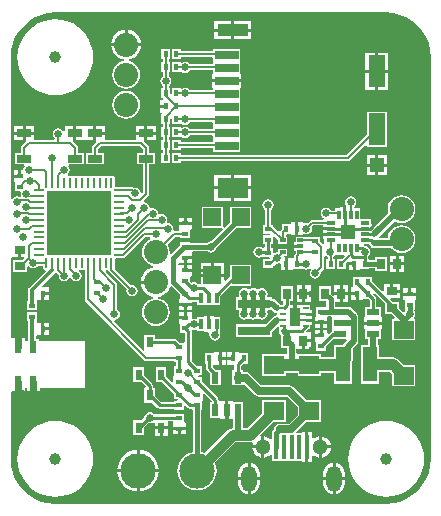
<source format=gtl>
G04*
G04 #@! TF.GenerationSoftware,Altium Limited,CircuitStudio,1.5.2 (30)*
G04*
G04 Layer_Physical_Order=1*
G04 Layer_Color=6120410*
%FSLAX25Y25*%
%MOIN*%
G70*
G01*
G75*
%ADD10R,0.03543X0.06299*%
%ADD11R,0.01969X0.00984*%
%ADD12R,0.03150X0.01181*%
%ADD13R,0.01181X0.03150*%
%ADD14R,0.04843X0.04843*%
%ADD15R,0.02165X0.01772*%
%ADD16R,0.01378X0.03347*%
%ADD17R,0.05906X0.05906*%
%ADD18R,0.02756X0.03543*%
%ADD19R,0.01772X0.02165*%
%ADD20R,0.04724X0.02559*%
%ADD21R,0.03543X0.02756*%
%ADD22R,0.02362X0.03937*%
%ADD23R,0.21260X0.21260*%
%ADD24O,0.03543X0.00984*%
%ADD25O,0.00984X0.03543*%
%ADD26R,0.02362X0.03740*%
%ADD27R,0.06614X0.05984*%
%ADD28R,0.03937X0.02165*%
%ADD29R,0.04921X0.11811*%
%ADD30R,0.01575X0.07874*%
%ADD31R,0.02362X0.03937*%
%ADD32R,0.10630X0.03150*%
%ADD33R,0.01969X0.01181*%
%ADD34R,0.04724X0.04724*%
%ADD35R,0.05512X0.10630*%
%ADD36R,0.07874X0.02756*%
%ADD37R,0.10236X0.06693*%
%ADD38R,0.10236X0.03937*%
%ADD39C,0.00600*%
%ADD40C,0.01000*%
%ADD41C,0.00800*%
%ADD42C,0.02000*%
%ADD43C,0.01500*%
%ADD44C,0.01300*%
%ADD45C,0.02500*%
%ADD46C,0.03500*%
%ADD47C,0.04000*%
%ADD48C,0.02300*%
%ADD49C,0.08032*%
%ADD50C,0.11811*%
%ADD51C,0.02400*%
%ADD52O,0.05118X0.08661*%
%ADD53C,0.05118*%
%ADD54C,0.03937*%
%ADD55C,0.02500*%
G36*
X128323Y164369D02*
X130603Y163822D01*
X132770Y162924D01*
X134770Y161699D01*
X136554Y160176D01*
X138077Y158392D01*
X139302Y156392D01*
X140200Y154225D01*
X140747Y151945D01*
X140928Y149648D01*
X140920Y149606D01*
Y15748D01*
X140928Y15706D01*
X140747Y13410D01*
X140200Y11129D01*
X139302Y8962D01*
X138077Y6962D01*
X136554Y5179D01*
X134770Y3655D01*
X132770Y2430D01*
X130603Y1532D01*
X128323Y985D01*
X126026Y804D01*
X125984Y812D01*
X15748D01*
X15706Y804D01*
X13410Y985D01*
X11129Y1532D01*
X8962Y2430D01*
X6962Y3655D01*
X5179Y5179D01*
X3655Y6962D01*
X2430Y8962D01*
X1532Y11129D01*
X985Y13410D01*
X804Y15706D01*
X812Y15748D01*
Y38016D01*
X1165Y38370D01*
X5528D01*
Y39370D01*
X6283D01*
Y38370D01*
X10646D01*
Y39370D01*
X25591D01*
Y55118D01*
X10246D01*
Y55718D01*
X9345D01*
Y56690D01*
X9728Y56972D01*
X9845Y56972D01*
X11114D01*
Y59055D01*
Y61138D01*
X9845D01*
X9728Y61138D01*
X9610Y61225D01*
X9557Y61703D01*
X9557Y61703D01*
X9557Y61703D01*
Y64675D01*
X6191D01*
Y61703D01*
X6796D01*
Y60738D01*
X6585D01*
Y57372D01*
X6796D01*
Y55718D01*
X6684D01*
Y55118D01*
X5528D01*
Y56118D01*
X1165D01*
X812Y56472D01*
Y82701D01*
X1165Y83055D01*
X1312Y83055D01*
X3437D01*
Y85433D01*
X4437D01*
Y83055D01*
X5173D01*
X5364Y82593D01*
X4670Y81899D01*
X1565D01*
Y77943D01*
X6309D01*
Y79804D01*
X6809Y79956D01*
X6934Y79769D01*
X7546Y79360D01*
X8268Y79216D01*
X8990Y79360D01*
X9601Y79769D01*
X9811Y80083D01*
X11682D01*
Y79823D01*
X11767Y79397D01*
X12008Y79036D01*
X12333Y78819D01*
X12376Y78763D01*
X12483Y78262D01*
X7170Y72948D01*
X6903Y72549D01*
X6585D01*
Y69183D01*
X6796D01*
Y68218D01*
X6191D01*
Y65246D01*
X9557D01*
Y68218D01*
X9557Y68218D01*
X9557D01*
X9610Y68696D01*
X9728Y68783D01*
X9728Y68783D01*
X11114D01*
Y70866D01*
X11614D01*
Y71366D01*
X13500D01*
Y72949D01*
X11428D01*
X11237Y73411D01*
X15584Y77758D01*
X15710Y77835D01*
X16236Y77794D01*
X16888Y77142D01*
X16815Y76772D01*
X16958Y76050D01*
X17367Y75438D01*
X17979Y75029D01*
X18701Y74885D01*
X19423Y75029D01*
X20035Y75438D01*
X20399Y75983D01*
X20669Y76019D01*
X20940Y75983D01*
X21304Y75438D01*
X21916Y75029D01*
X22638Y74885D01*
X23360Y75029D01*
X23972Y75438D01*
X24381Y76050D01*
X24524Y76772D01*
X24381Y77494D01*
X23972Y78105D01*
X23760Y78247D01*
X23739Y78862D01*
X23822Y78939D01*
X23881Y78954D01*
X23963Y78940D01*
X24180Y78794D01*
X24606Y78709D01*
X25032Y78794D01*
X25055Y78809D01*
X25555Y78542D01*
Y68898D01*
X25633Y68507D01*
X25854Y68177D01*
X45342Y48689D01*
X45673Y48467D01*
X46063Y48390D01*
X55404D01*
Y47924D01*
X55965D01*
Y46565D01*
X55404D01*
Y43593D01*
X55004Y43421D01*
X55004D01*
Y41527D01*
X54542Y41335D01*
X52765Y43112D01*
Y46269D01*
X49203D01*
Y41329D01*
X51376D01*
X55404Y37301D01*
Y35719D01*
X56600D01*
X56648Y35647D01*
X56381Y35147D01*
X55404D01*
Y34783D01*
X50956D01*
X49027Y36712D01*
Y39377D01*
X48368D01*
Y40057D01*
X48282Y40486D01*
X48039Y40850D01*
X48039Y40850D01*
X45285Y43604D01*
Y46269D01*
X41723D01*
Y41329D01*
X44388D01*
X45840Y39877D01*
X45633Y39377D01*
X45465D01*
Y34437D01*
X48130D01*
X49698Y32868D01*
X49698Y32868D01*
X50062Y32625D01*
X50491Y32540D01*
X50491Y32540D01*
X55404D01*
Y32176D01*
X58769D01*
Y33283D01*
X59231Y33474D01*
X59837Y32868D01*
X59837Y32868D01*
X60201Y32625D01*
X60630Y32540D01*
X61309D01*
Y32176D01*
X61616D01*
Y18192D01*
X60491Y17850D01*
X59360Y17246D01*
X58370Y16433D01*
X57557Y15443D01*
X56953Y14313D01*
X56581Y13086D01*
X56455Y11811D01*
X56581Y10536D01*
X56953Y9309D01*
X57557Y8179D01*
X58370Y7189D01*
X59360Y6376D01*
X60491Y5772D01*
X61717Y5400D01*
X62992Y5274D01*
X64267Y5400D01*
X65494Y5772D01*
X66624Y6376D01*
X67615Y7189D01*
X68427Y8179D01*
X69032Y9309D01*
X69403Y10536D01*
X69529Y11811D01*
X69403Y13086D01*
X69032Y14313D01*
X68980Y14410D01*
X75796Y21226D01*
X80512D01*
X80512Y21226D01*
X81232Y21369D01*
X81609Y20974D01*
X81609Y20973D01*
X81473Y20646D01*
X81417Y20217D01*
X84441D01*
Y23241D01*
X84193Y23208D01*
X83960Y23681D01*
X88379Y28101D01*
X92490D01*
Y35285D01*
X84676D01*
Y31174D01*
X79519Y26018D01*
X78206D01*
Y29420D01*
X78356D01*
Y34557D01*
X75016D01*
Y34957D01*
X73335D01*
Y31988D01*
Y29020D01*
X74944D01*
Y26480D01*
X74803Y26018D01*
X73886Y25836D01*
X73109Y25316D01*
X65591Y17798D01*
X65494Y17850D01*
X64369Y18192D01*
Y32176D01*
X64675D01*
Y35078D01*
X65075Y35319D01*
X65075Y35319D01*
X65075D01*
X65075Y35319D01*
Y37213D01*
X65537Y37405D01*
X67885Y35057D01*
X67760Y34557D01*
X67313D01*
Y29420D01*
X70654D01*
Y29020D01*
X72335D01*
Y31988D01*
Y34957D01*
X70654D01*
X70654Y34957D01*
Y34957D01*
X70653Y34957D01*
X70216Y35108D01*
Y35433D01*
X70131Y35862D01*
X69888Y36226D01*
X69888Y36226D01*
X64675Y41439D01*
Y43021D01*
X63334D01*
X63286Y43093D01*
X63554Y43593D01*
X64675D01*
Y46565D01*
X63092D01*
X61161Y48496D01*
Y58268D01*
X61127Y58438D01*
X61537Y58837D01*
X62008Y58744D01*
X62581Y58858D01*
X63081Y58566D01*
Y58357D01*
X65240D01*
Y57957D01*
X66698D01*
X67085Y57457D01*
X67011Y57087D01*
X67155Y56365D01*
X67564Y55753D01*
X68176Y55344D01*
X68898Y55200D01*
X69620Y55344D01*
X70231Y55753D01*
X70640Y56365D01*
X70784Y57087D01*
X70640Y57808D01*
X70608Y57857D01*
X70777Y58357D01*
X70777D01*
Y62903D01*
X68618D01*
Y63303D01*
X67429D01*
Y60630D01*
X66429D01*
Y63303D01*
X65240D01*
Y62903D01*
X63081D01*
Y62693D01*
X62581Y62402D01*
X62008Y62516D01*
X61638Y62442D01*
X61138Y62829D01*
Y64681D01*
X59555D01*
Y62795D01*
X59055D01*
Y62295D01*
X56972D01*
Y60909D01*
X56972D01*
X57372Y60738D01*
Y57766D01*
X58918D01*
Y54877D01*
X58769Y54439D01*
X58418Y54439D01*
X57187D01*
X56206Y55419D01*
X55843Y55662D01*
X55413Y55747D01*
X55413Y55747D01*
X49025D01*
Y57096D01*
X45463D01*
Y52158D01*
X45108Y51807D01*
X35309Y61605D01*
X35372Y61852D01*
X35515Y62106D01*
X36155Y62234D01*
X36767Y62643D01*
X37176Y63254D01*
X37319Y63976D01*
X37176Y64698D01*
X36767Y65310D01*
X36453Y65520D01*
Y73819D01*
X36375Y74209D01*
X36154Y74540D01*
X32517Y78177D01*
X32671Y78647D01*
X33028Y78739D01*
X33485Y78460D01*
X33507Y78350D01*
X33728Y78019D01*
X39526Y72221D01*
X39452Y71850D01*
X39596Y71129D01*
X40005Y70517D01*
X40617Y70108D01*
X41339Y69964D01*
X42060Y70108D01*
X42672Y70517D01*
X43081Y71129D01*
X43225Y71850D01*
X43081Y72572D01*
X42672Y73184D01*
X42060Y73593D01*
X41339Y73737D01*
X40968Y73663D01*
X35468Y79163D01*
Y79383D01*
X35478Y79397D01*
X35562Y79823D01*
Y82071D01*
X35686Y82425D01*
X36039Y82548D01*
X38287D01*
X38713Y82633D01*
X39075Y82874D01*
X39316Y83235D01*
X39331Y83309D01*
X45656Y89634D01*
X47169D01*
X47354Y89388D01*
X47192Y88805D01*
X46885Y88678D01*
X45921Y87938D01*
X45181Y86974D01*
X44716Y85851D01*
X44557Y84646D01*
X44716Y83441D01*
X45181Y82318D01*
X45921Y81354D01*
X46885Y80614D01*
X48008Y80149D01*
X48381Y80100D01*
X48381Y79595D01*
X47903Y79532D01*
X46683Y79027D01*
X45635Y78223D01*
X44831Y77175D01*
X44326Y75955D01*
X44219Y75146D01*
X49213D01*
Y74146D01*
X44219D01*
X44326Y73336D01*
X44831Y72116D01*
X45635Y71068D01*
X46683Y70264D01*
X47903Y69759D01*
X48381Y69696D01*
X48381Y69192D01*
X48008Y69143D01*
X46885Y68678D01*
X45921Y67938D01*
X45181Y66974D01*
X44716Y65851D01*
X44557Y64646D01*
X44716Y63441D01*
X45181Y62318D01*
X45921Y61354D01*
X46885Y60614D01*
X48008Y60149D01*
X49213Y59990D01*
X50418Y60149D01*
X51540Y60614D01*
X52505Y61354D01*
X53244Y62318D01*
X53710Y63441D01*
X53868Y64646D01*
X53710Y65851D01*
X53244Y66974D01*
X52505Y67938D01*
X51540Y68678D01*
X50418Y69143D01*
X50044Y69192D01*
X50044Y69696D01*
X50522Y69759D01*
X51742Y70264D01*
X52790Y71068D01*
X53594Y72116D01*
X53992Y73078D01*
X54559Y73216D01*
X54563Y73215D01*
X57372Y70405D01*
Y69253D01*
X56972Y69012D01*
X56972Y69012D01*
X56972D01*
X56972Y69012D01*
Y67626D01*
X59055D01*
X61138D01*
Y68170D01*
X63081D01*
Y67018D01*
X70777D01*
Y70175D01*
X74018Y73416D01*
X81112D01*
Y80521D01*
X74006D01*
Y76577D01*
X72525Y75095D01*
X72063Y75287D01*
Y76468D01*
X68110D01*
X64157D01*
Y73956D01*
X63483D01*
X63342Y74168D01*
X62730Y74577D01*
X62008Y74721D01*
X61286Y74577D01*
X61153Y74488D01*
X60738Y74903D01*
Y76157D01*
X60738Y76416D01*
X60765Y76433D01*
X60775Y76439D01*
X61138Y76657D01*
Y76657D01*
X61138Y76694D01*
X61138Y76698D01*
X61138Y76702D01*
Y76702D01*
Y76707D01*
X61138Y76709D01*
X61138Y76718D01*
Y76719D01*
Y76725D01*
Y76726D01*
Y76727D01*
Y76727D01*
D01*
X61138Y77198D01*
Y78043D01*
X59055D01*
Y78543D01*
X58555D01*
Y80429D01*
X56995D01*
X56972Y80429D01*
X56722Y80457D01*
X56722Y80561D01*
X56756Y80620D01*
X57210Y80988D01*
X58555D01*
Y82874D01*
X59055D01*
Y83374D01*
X61138D01*
Y84760D01*
X61521Y85041D01*
X66447D01*
X66995Y84675D01*
X67717Y84531D01*
X68438Y84675D01*
X69050Y85084D01*
X69459Y85695D01*
X69588Y86342D01*
X75953Y92707D01*
X81112D01*
Y99813D01*
X74006D01*
Y94654D01*
X72163Y92810D01*
X71737Y92987D01*
X71663Y93018D01*
X71663Y93033D01*
X71663Y93050D01*
X71663Y93050D01*
X71663Y93079D01*
Y99813D01*
X64557D01*
Y92707D01*
X71292Y92707D01*
X71320D01*
D01*
X71337D01*
X71353Y92707D01*
X71383Y92633D01*
X71560Y92207D01*
X67641Y88289D01*
X66995Y88160D01*
X66447Y87794D01*
X60738D01*
Y87903D01*
X57372D01*
Y87016D01*
X54277Y83920D01*
X53803Y84154D01*
X53868Y84646D01*
X53710Y85851D01*
X53244Y86974D01*
X53131Y87122D01*
X55737Y89728D01*
X57372D01*
Y89262D01*
X60738D01*
Y91905D01*
X60738Y92164D01*
X60765Y92181D01*
X60775Y92187D01*
X61138Y92405D01*
Y92405D01*
X61138Y92442D01*
X61138Y92446D01*
X61138Y92450D01*
Y92450D01*
Y92455D01*
X61138Y92457D01*
X61138Y92466D01*
Y92468D01*
Y92473D01*
Y92474D01*
Y92475D01*
Y92475D01*
D01*
X61138Y92946D01*
Y93791D01*
X56972D01*
Y92475D01*
X56972Y92475D01*
X56972D01*
Y92405D01*
X57012Y92382D01*
X57000Y91831D01*
X56930Y91768D01*
X55396D01*
X55205Y91910D01*
X54974Y92210D01*
X55036Y92520D01*
X54892Y93242D01*
X54483Y93853D01*
X53871Y94262D01*
X53278Y94380D01*
X53066Y94602D01*
X52949Y94876D01*
X53067Y95472D01*
X52924Y96194D01*
X52515Y96806D01*
X51903Y97215D01*
X51181Y97359D01*
X50584Y97240D01*
X50311Y97357D01*
X50089Y97569D01*
X49971Y98163D01*
X49562Y98774D01*
X48950Y99183D01*
X48228Y99327D01*
X47632Y99208D01*
X47358Y99326D01*
X47136Y99537D01*
X47018Y100131D01*
X46609Y100743D01*
X45997Y101152D01*
X45358Y101279D01*
X45215Y101534D01*
X45152Y101781D01*
X46587Y103216D01*
X46808Y103547D01*
X46886Y103937D01*
Y113967D01*
X48828D01*
Y117726D01*
X46886D01*
Y119488D01*
X46808Y119878D01*
X46587Y120209D01*
X45265Y121531D01*
X45366Y121776D01*
Y123811D01*
X42504D01*
Y122083D01*
X32299D01*
Y123811D01*
X29437D01*
Y121777D01*
X29538Y121531D01*
X28216Y120209D01*
X27995Y119878D01*
X27917Y119488D01*
Y117726D01*
X25975D01*
Y113967D01*
X31899D01*
Y117726D01*
X29957D01*
Y119066D01*
X30934Y120043D01*
X43869D01*
X44847Y119066D01*
Y117726D01*
X42904D01*
Y113967D01*
X44847D01*
Y104670D01*
X44682Y104506D01*
X44370Y104556D01*
X44129Y104733D01*
X44065Y105052D01*
X43657Y105665D01*
X43045Y106073D01*
X42323Y106217D01*
X41911Y106135D01*
X41729Y106257D01*
X41339Y106335D01*
X38727D01*
X38713Y106344D01*
X38287Y106429D01*
X36039D01*
X35686Y106552D01*
X35562Y106905D01*
Y109153D01*
X35478Y109580D01*
X35236Y109941D01*
X34875Y110182D01*
X34449Y110267D01*
X34023Y110182D01*
X33661Y109941D01*
X33268D01*
X32906Y110182D01*
X32480Y110267D01*
X32054Y110182D01*
X31837Y110037D01*
X31496Y109976D01*
X31156Y110037D01*
X30938Y110182D01*
X30512Y110267D01*
X30086Y110182D01*
X29868Y110037D01*
X29528Y109976D01*
X29187Y110037D01*
X28969Y110182D01*
X28543Y110267D01*
X28117Y110182D01*
X27900Y110037D01*
X27559Y109976D01*
X27219Y110037D01*
X27001Y110182D01*
X26575Y110267D01*
X26149Y110182D01*
X25931Y110037D01*
X25591Y109976D01*
X25250Y110037D01*
X25032Y110182D01*
X24606Y110267D01*
X24180Y110182D01*
X23819Y109941D01*
X23425D01*
X23064Y110182D01*
X22638Y110267D01*
X22212Y110182D01*
X21994Y110037D01*
X21654Y109976D01*
X21313Y110037D01*
X21095Y110182D01*
X20669Y110267D01*
X20243Y110182D01*
X20026Y110037D01*
X19944Y110022D01*
X19885Y110038D01*
X19802Y110114D01*
X19823Y110730D01*
X20035Y110871D01*
X20444Y111483D01*
X20587Y112205D01*
X20444Y112926D01*
X20082Y113467D01*
X20164Y113752D01*
X20293Y113967D01*
X25206D01*
Y117726D01*
X23264D01*
Y119488D01*
X23186Y119878D01*
X22965Y120209D01*
X21643Y121531D01*
X21744Y121776D01*
Y124311D01*
Y126591D01*
X18882D01*
Y125029D01*
X18382Y124877D01*
X18066Y125349D01*
X17454Y125758D01*
X16732Y125902D01*
X16011Y125758D01*
X15398Y125349D01*
X14990Y124738D01*
X14846Y124016D01*
X14990Y123294D01*
X15398Y122682D01*
X15547Y122583D01*
X15396Y122083D01*
X8677D01*
Y123811D01*
X5815D01*
Y121775D01*
X5916Y121531D01*
X4594Y120209D01*
X4373Y119878D01*
X4295Y119488D01*
Y117726D01*
X2353D01*
Y113967D01*
X5297D01*
X5427Y113752D01*
X5508Y113467D01*
X5147Y112926D01*
X5003Y112205D01*
X4774Y111925D01*
X4437D01*
Y110039D01*
X3937D01*
Y109539D01*
X1854D01*
Y108154D01*
X1854D01*
X2254Y107982D01*
Y105010D01*
X3944D01*
X4299Y104510D01*
X4212Y104072D01*
X4355Y103351D01*
X3928Y103132D01*
X3730Y103084D01*
X3675Y103121D01*
X2953Y103264D01*
X2231Y103121D01*
X1619Y102712D01*
X1312Y102253D01*
X812Y102405D01*
Y149606D01*
X804Y149648D01*
X985Y151945D01*
X1532Y154225D01*
X2430Y156392D01*
X3655Y158392D01*
X5179Y160176D01*
X6962Y161699D01*
X8962Y162924D01*
X11129Y163822D01*
X13410Y164369D01*
X15706Y164550D01*
X15748Y164542D01*
X125984D01*
X126026Y164550D01*
X128323Y164369D01*
D02*
G37*
%LPC*%
G36*
X103831Y60720D02*
X102248D01*
Y59335D01*
X103831D01*
Y60720D01*
D02*
G37*
G36*
X107490Y73238D02*
X103534D01*
Y68494D01*
X105937D01*
X106104Y68327D01*
Y66712D01*
X106013Y66250D01*
X102648D01*
Y63606D01*
X102648Y63348D01*
X102621Y63331D01*
X102611Y63325D01*
X102248Y63106D01*
Y63106D01*
X102248Y63069D01*
X102248Y63066D01*
X102248Y63062D01*
Y63062D01*
Y63056D01*
X102248Y63055D01*
X102248Y63045D01*
Y63044D01*
Y63039D01*
Y63038D01*
Y63037D01*
Y63037D01*
D01*
X102248Y62566D01*
Y61720D01*
X104331D01*
X106413D01*
Y62887D01*
X106413Y63106D01*
X106797Y63387D01*
X107688D01*
X108061Y63081D01*
Y62706D01*
D01*
X108061D01*
X108061Y62706D01*
Y59466D01*
X108061Y59341D01*
Y59153D01*
Y58966D01*
X108061Y58841D01*
Y58364D01*
X107838Y58320D01*
X107475Y58077D01*
X107475Y58077D01*
X106875Y57477D01*
X106413Y57669D01*
Y58776D01*
X104831D01*
Y56890D01*
X104331D01*
Y56390D01*
X102248D01*
Y55004D01*
X102248D01*
X102648Y54832D01*
Y51861D01*
X106013D01*
Y53443D01*
X108171Y55601D01*
X112626D01*
X112833Y55101D01*
X112035Y54303D01*
X111682Y53774D01*
X111677Y53750D01*
X108652D01*
Y49670D01*
X104301D01*
Y50639D01*
X96487D01*
X96120Y50960D01*
Y52346D01*
X97925D01*
Y55118D01*
X98425D01*
Y55618D01*
X100803D01*
Y57890D01*
X99499D01*
X99308Y58352D01*
X99904Y58947D01*
X100797D01*
Y60516D01*
X101197D01*
Y61508D01*
X99213D01*
Y62508D01*
X101197D01*
Y63477D01*
X99213D01*
Y64477D01*
X101197D01*
Y65469D01*
X100797D01*
Y67037D01*
X98244D01*
Y67142D01*
X95972D01*
Y62992D01*
X94972D01*
Y67142D01*
X94035D01*
Y68494D01*
X94891D01*
Y73238D01*
X90935D01*
Y68494D01*
X91792D01*
Y67394D01*
X91435Y67037D01*
X90762D01*
X90720Y67098D01*
X89146Y68673D01*
X88616Y69027D01*
X87992Y69151D01*
X87805D01*
Y69695D01*
X86618D01*
X86425Y70056D01*
X86398Y70195D01*
X86532Y70866D01*
X86388Y71588D01*
X85979Y72200D01*
X85368Y72609D01*
X84646Y72752D01*
X83924Y72609D01*
X83530Y72346D01*
X83169Y72241D01*
X82808Y72346D01*
X82415Y72609D01*
X81693Y72752D01*
X80971Y72609D01*
X80578Y72346D01*
X80216Y72241D01*
X79855Y72346D01*
X79462Y72609D01*
X78740Y72752D01*
X78018Y72609D01*
X77406Y72200D01*
X76998Y71588D01*
X76854Y70866D01*
X76987Y70195D01*
X76961Y70056D01*
X76768Y69695D01*
X75975D01*
Y65345D01*
X76828D01*
X77096Y64845D01*
X76998Y64698D01*
X76854Y63976D01*
X76998Y63254D01*
X77406Y62643D01*
X78018Y62234D01*
X78740Y62090D01*
X79462Y62234D01*
X79855Y62497D01*
X80216Y62601D01*
X80578Y62497D01*
X80971Y62234D01*
X81693Y62090D01*
X82415Y62234D01*
X82808Y62497D01*
X83169Y62601D01*
X83530Y62497D01*
X83924Y62234D01*
X84646Y62090D01*
X85368Y62234D01*
X85979Y62643D01*
X86388Y63254D01*
X86532Y63976D01*
X86388Y64698D01*
X86290Y64845D01*
X86558Y65345D01*
X87805D01*
X87805Y65345D01*
Y65345D01*
X88162Y65043D01*
X88413Y64791D01*
X88943Y64438D01*
X89567Y64314D01*
X89757Y63976D01*
X89567Y63639D01*
X88943Y63515D01*
X88413Y63161D01*
X85891Y60639D01*
X75975D01*
Y56290D01*
X87805D01*
Y57939D01*
X89686Y59820D01*
X90148Y59629D01*
Y58947D01*
X90148D01*
X90346Y58706D01*
X90298Y58465D01*
X90422Y57840D01*
X90776Y57311D01*
X90935Y57151D01*
Y52746D01*
X92857D01*
Y50960D01*
X92490Y50639D01*
X84676D01*
Y43455D01*
X92490D01*
Y44425D01*
X96487D01*
Y43455D01*
X104301D01*
Y44425D01*
X108652D01*
Y40739D01*
X114773D01*
Y48484D01*
X114820Y48720D01*
Y52474D01*
X116311Y53965D01*
X116665Y54494D01*
X116789Y55118D01*
Y62992D01*
X116665Y63616D01*
X116311Y64146D01*
X114539Y65917D01*
X114010Y66271D01*
X113386Y66395D01*
X113198D01*
Y66446D01*
X108857D01*
Y68094D01*
X110524D01*
Y70366D01*
X108598D01*
X108146Y70179D01*
X107490Y70835D01*
Y73238D01*
D02*
G37*
G36*
X103831Y58776D02*
X102248D01*
Y57390D01*
X103831D01*
Y58776D01*
D02*
G37*
G36*
X58555Y64681D02*
X56972D01*
Y63295D01*
X58555D01*
Y64681D01*
D02*
G37*
G36*
X12114Y61138D02*
Y59555D01*
X13500D01*
Y61138D01*
X12114D01*
D02*
G37*
G36*
X106413Y60720D02*
X104831D01*
Y59335D01*
X106413D01*
Y60720D01*
D02*
G37*
G36*
X71169Y51295D02*
Y49713D01*
X72555D01*
Y51295D01*
X71169D01*
D02*
G37*
G36*
X72555Y48713D02*
X71169D01*
Y47130D01*
X72555D01*
Y48713D01*
D02*
G37*
G36*
X68783Y51295D02*
X68559Y50923D01*
X68559Y50923D01*
X68550Y50909D01*
X68542Y50895D01*
X68283Y50895D01*
X65640D01*
Y47530D01*
X66004D01*
Y46063D01*
X66004Y46063D01*
X66090Y45634D01*
X66333Y45270D01*
X67313Y44289D01*
Y40246D01*
X70876D01*
Y45384D01*
X69392D01*
X68248Y46528D01*
Y47045D01*
X68252Y47051D01*
X68748Y47189D01*
X68771Y47151D01*
X68783Y47130D01*
X68783D01*
X68820Y47130D01*
X68824Y47130D01*
X68828Y47130D01*
X68828D01*
X68833D01*
X68835Y47130D01*
X68844Y47130D01*
X68846D01*
X68852D01*
X68853D01*
X68853D01*
X69324Y47130D01*
X70169D01*
Y49213D01*
Y51295D01*
X68853D01*
X68853Y51295D01*
D01*
X68783D01*
D02*
G37*
G36*
X13500Y58555D02*
X12114D01*
Y56972D01*
X13500D01*
Y58555D01*
D02*
G37*
G36*
X100803Y54618D02*
X98925D01*
Y52346D01*
X100803D01*
Y54618D01*
D02*
G37*
G36*
X74500Y51295D02*
X73114D01*
Y49713D01*
X74500D01*
Y51295D01*
D02*
G37*
G36*
X135941Y72555D02*
X134358D01*
Y71169D01*
X135941D01*
Y72555D01*
D02*
G37*
G36*
X133358D02*
X131776D01*
Y71169D01*
X133358D01*
Y72555D01*
D02*
G37*
G36*
X13500Y70366D02*
X12114D01*
Y68783D01*
X13500D01*
Y70366D01*
D02*
G37*
G36*
X97925Y73638D02*
X96047D01*
Y71366D01*
X97925D01*
Y73638D01*
D02*
G37*
G36*
X113402D02*
X111524D01*
Y71366D01*
X113402D01*
Y73638D01*
D02*
G37*
G36*
X110524D02*
X108646D01*
Y71366D01*
X110524D01*
Y73638D01*
D02*
G37*
G36*
X97925Y70366D02*
X96047D01*
Y68094D01*
X97925D01*
Y70366D01*
D02*
G37*
G36*
X61138Y66626D02*
X59555D01*
Y65240D01*
X61138D01*
Y66626D01*
D02*
G37*
G36*
X58555D02*
X56972D01*
Y65240D01*
X58555D01*
Y66626D01*
D02*
G37*
G36*
X115838Y70366D02*
X114453D01*
Y68783D01*
X115838D01*
Y70366D01*
D02*
G37*
G36*
X113402Y70366D02*
X111524D01*
Y68094D01*
X113402D01*
Y70366D01*
D02*
G37*
G36*
X100803Y70366D02*
X98925D01*
Y68094D01*
X100803D01*
Y70366D01*
D02*
G37*
G36*
X124622Y60524D02*
X121654D01*
X118685D01*
Y58941D01*
X119085D01*
Y55601D01*
X120022D01*
Y53750D01*
X117510D01*
Y40739D01*
X123632D01*
Y44848D01*
X127157D01*
X127983Y44023D01*
Y39912D01*
X135797D01*
Y47096D01*
X131686D01*
X129844Y48938D01*
X129067Y49458D01*
X128150Y49640D01*
X128150Y49640D01*
X123632D01*
Y53750D01*
X123285D01*
Y55601D01*
X124222D01*
Y58941D01*
X124622D01*
Y60524D01*
D02*
G37*
G36*
X79815Y14500D02*
X79386Y14444D01*
X78520Y14085D01*
X77777Y13515D01*
X77206Y12771D01*
X76847Y11906D01*
X76725Y10976D01*
Y9705D01*
X79815D01*
Y14500D01*
D02*
G37*
G36*
X50197Y11311D02*
X43807D01*
Y4921D01*
X44661Y5005D01*
X45963Y5400D01*
X47162Y6041D01*
X48214Y6904D01*
X49077Y7956D01*
X49718Y9156D01*
X50113Y10457D01*
X50197Y11311D01*
D02*
G37*
G36*
X42807D02*
X36417D01*
X36502Y10457D01*
X36896Y9156D01*
X37538Y7956D01*
X38401Y6904D01*
X39452Y6041D01*
X40652Y5400D01*
X41953Y5005D01*
X42807Y4921D01*
Y11311D01*
D02*
G37*
G36*
X109161Y14500D02*
Y9705D01*
X112251D01*
Y10976D01*
X112129Y11906D01*
X111770Y12771D01*
X111200Y13515D01*
X110456Y14085D01*
X109590Y14444D01*
X109161Y14500D01*
D02*
G37*
G36*
X108161Y14500D02*
X107732Y14444D01*
X106867Y14085D01*
X106123Y13515D01*
X105553Y12771D01*
X105194Y11906D01*
X105072Y10976D01*
Y9705D01*
X108161D01*
Y14500D01*
D02*
G37*
G36*
X80815D02*
Y9705D01*
X83905D01*
Y10976D01*
X83782Y11906D01*
X83424Y12771D01*
X82853Y13515D01*
X82110Y14085D01*
X81244Y14444D01*
X80815Y14500D01*
D02*
G37*
G36*
X112251Y8705D02*
X109161D01*
Y3909D01*
X109590Y3966D01*
X110456Y4324D01*
X111200Y4895D01*
X111770Y5638D01*
X112129Y6504D01*
X112251Y7433D01*
Y8705D01*
D02*
G37*
G36*
X125984Y28395D02*
X124006Y28239D01*
X122076Y27776D01*
X120243Y27016D01*
X118551Y25980D01*
X117042Y24691D01*
X115753Y23182D01*
X114716Y21490D01*
X113956Y19656D01*
X113493Y17726D01*
X113337Y15748D01*
X113493Y13770D01*
X113956Y11840D01*
X114716Y10007D01*
X115753Y8314D01*
X117042Y6805D01*
X118551Y5517D01*
X120243Y4480D01*
X122076Y3720D01*
X124006Y3257D01*
X125984Y3101D01*
X127963Y3257D01*
X129892Y3720D01*
X131726Y4480D01*
X133418Y5517D01*
X134927Y6805D01*
X136216Y8314D01*
X137253Y10007D01*
X138012Y11840D01*
X138475Y13770D01*
X138631Y15748D01*
X138475Y17726D01*
X138012Y19656D01*
X137253Y21490D01*
X136216Y23182D01*
X134927Y24691D01*
X133418Y25980D01*
X131726Y27016D01*
X129892Y27776D01*
X127963Y28239D01*
X125984Y28395D01*
D02*
G37*
G36*
X15748D02*
X13770Y28239D01*
X11840Y27776D01*
X10007Y27016D01*
X8314Y25980D01*
X6805Y24691D01*
X5517Y23182D01*
X4480Y21490D01*
X3720Y19656D01*
X3257Y17726D01*
X3101Y15748D01*
X3257Y13770D01*
X3720Y11840D01*
X4480Y10007D01*
X5517Y8314D01*
X6805Y6805D01*
X8314Y5517D01*
X10007Y4480D01*
X11840Y3720D01*
X13770Y3257D01*
X15748Y3101D01*
X17726Y3257D01*
X19656Y3720D01*
X21490Y4480D01*
X23182Y5517D01*
X24691Y6805D01*
X25980Y8314D01*
X27016Y10007D01*
X27776Y11840D01*
X28239Y13770D01*
X28395Y15748D01*
X28239Y17726D01*
X27776Y19656D01*
X27016Y21490D01*
X25980Y23182D01*
X24691Y24691D01*
X23182Y25980D01*
X21490Y27016D01*
X19656Y27776D01*
X17726Y28239D01*
X15748Y28395D01*
D02*
G37*
G36*
X108161Y8705D02*
X105072D01*
Y7433D01*
X105194Y6504D01*
X105553Y5638D01*
X106123Y4895D01*
X106867Y4324D01*
X107732Y3966D01*
X108161Y3909D01*
Y8705D01*
D02*
G37*
G36*
X83905Y8705D02*
X80815D01*
Y3909D01*
X81244Y3966D01*
X82110Y4324D01*
X82853Y4895D01*
X83424Y5638D01*
X83782Y6504D01*
X83905Y7433D01*
Y8705D01*
D02*
G37*
G36*
X79815D02*
X76725D01*
Y7433D01*
X76847Y6504D01*
X77206Y5638D01*
X77777Y4895D01*
X78520Y4324D01*
X79386Y3966D01*
X79815Y3909D01*
Y8705D01*
D02*
G37*
G36*
X53167Y25580D02*
X51486D01*
Y23210D01*
X53167D01*
Y25580D01*
D02*
G37*
G36*
X50486D02*
X48805D01*
Y23210D01*
X50486D01*
Y25580D01*
D02*
G37*
G36*
X76886Y51295D02*
Y51295D01*
X75500D01*
Y49213D01*
X75000D01*
Y48713D01*
X73114D01*
Y47130D01*
X75453D01*
Y45384D01*
X74794D01*
Y43343D01*
X74689Y42815D01*
X74794Y42286D01*
Y40246D01*
X78356D01*
Y40317D01*
X78856Y40524D01*
X82328Y37052D01*
X82940Y36643D01*
X83661Y36500D01*
X92919D01*
X96487Y32932D01*
Y30453D01*
X93510Y27477D01*
X90494D01*
X89772Y27333D01*
X89160Y26924D01*
X88751Y26312D01*
X88608Y25594D01*
X88397Y25383D01*
X88098Y24936D01*
X87994Y24409D01*
Y24222D01*
X87983D01*
Y22377D01*
X87509Y22216D01*
X87479Y22255D01*
X86736Y22825D01*
X85870Y23184D01*
X85441Y23241D01*
Y19717D01*
Y16193D01*
X85870Y16249D01*
X86736Y16608D01*
X87479Y17178D01*
X87509Y17217D01*
X87983Y17056D01*
Y15148D01*
X97819D01*
Y14748D01*
X99106D01*
Y19685D01*
Y24622D01*
X97819D01*
Y24222D01*
X96298D01*
X96090Y24722D01*
X99469Y28101D01*
X104301D01*
Y35285D01*
X99469D01*
X95035Y39720D01*
X94423Y40128D01*
X93701Y40272D01*
X84443D01*
X80566Y44149D01*
X79954Y44558D01*
X79232Y44701D01*
X78356D01*
Y45384D01*
X77696D01*
Y46780D01*
X78447Y47530D01*
X80029D01*
Y50895D01*
X77057D01*
X76886Y51295D01*
D02*
G37*
G36*
X47244Y31414D02*
X46522Y31270D01*
X45910Y30861D01*
X45501Y30249D01*
X45358Y29528D01*
X45359Y29520D01*
X44390Y28550D01*
X41725D01*
Y23610D01*
X45287D01*
Y26275D01*
X46751Y27739D01*
X47244Y27641D01*
X47966Y27785D01*
X48305Y28012D01*
X48805Y27744D01*
Y26580D01*
X50986D01*
X53167D01*
Y28406D01*
X55000D01*
X55083Y28305D01*
X55004Y27673D01*
X55004Y27673D01*
Y27673D01*
X55004Y27636D01*
X55004Y27632D01*
X55004Y27629D01*
Y27629D01*
Y27623D01*
X55004Y27622D01*
X55004Y27612D01*
Y27611D01*
Y27606D01*
Y27605D01*
Y27603D01*
Y27603D01*
D01*
X55004Y27133D01*
Y26287D01*
X59169D01*
Y27603D01*
X59169Y27603D01*
X59169D01*
Y27603D01*
Y27673D01*
X58797Y27898D01*
X58797Y27898D01*
X58791Y27902D01*
X58769Y27915D01*
X58769Y28173D01*
Y30817D01*
X55404D01*
Y30649D01*
X48720D01*
X48578Y30861D01*
X47966Y31270D01*
X47244Y31414D01*
D02*
G37*
G36*
X59169Y25287D02*
X57587D01*
Y23902D01*
X59169D01*
Y25287D01*
D02*
G37*
G36*
X56587D02*
X55004D01*
Y23902D01*
X56587D01*
Y25287D01*
D02*
G37*
G36*
X84441Y19217D02*
X81417D01*
X81473Y18787D01*
X81832Y17922D01*
X82403Y17178D01*
X83146Y16608D01*
X84012Y16249D01*
X84441Y16193D01*
Y19217D01*
D02*
G37*
G36*
X43807Y18701D02*
Y12311D01*
X50197D01*
X50113Y13165D01*
X49718Y14466D01*
X49077Y15666D01*
X48214Y16718D01*
X47162Y17581D01*
X45963Y18222D01*
X44661Y18617D01*
X43807Y18701D01*
D02*
G37*
G36*
X42807Y18701D02*
X41953Y18617D01*
X40652Y18222D01*
X39452Y17581D01*
X38401Y16718D01*
X37538Y15666D01*
X36896Y14466D01*
X36502Y13165D01*
X36417Y12311D01*
X42807D01*
Y18701D01*
D02*
G37*
G36*
X104535Y23241D02*
Y20217D01*
X107559D01*
X107503Y20646D01*
X107144Y21511D01*
X106574Y22255D01*
X105830Y22825D01*
X104964Y23184D01*
X104535Y23241D01*
D02*
G37*
G36*
X101394Y24622D02*
X100106D01*
Y19685D01*
Y14748D01*
X101394D01*
Y16627D01*
X101894Y16874D01*
X102241Y16608D01*
X103106Y16249D01*
X103535Y16193D01*
Y19717D01*
Y23241D01*
X103106Y23184D01*
X102241Y22825D01*
X101894Y22559D01*
X101394Y22806D01*
Y24622D01*
D02*
G37*
G36*
X107559Y19217D02*
X104535D01*
Y16193D01*
X104964Y16249D01*
X105830Y16608D01*
X106574Y17178D01*
X107144Y17922D01*
X107503Y18787D01*
X107559Y19217D01*
D02*
G37*
G36*
X8677Y126591D02*
X5815D01*
Y124811D01*
X8677D01*
Y126591D01*
D02*
G37*
G36*
X49228D02*
X46366D01*
Y124811D01*
X49228D01*
Y126591D01*
D02*
G37*
G36*
X32299D02*
X29437D01*
Y124811D01*
X32299D01*
Y126591D01*
D02*
G37*
G36*
X15748Y162253D02*
X13770Y162098D01*
X11840Y161634D01*
X10007Y160875D01*
X8314Y159838D01*
X6805Y158549D01*
X5517Y157040D01*
X4480Y155348D01*
X3720Y153514D01*
X3257Y151585D01*
X3101Y149606D01*
X3257Y147628D01*
X3720Y145698D01*
X4480Y143865D01*
X5517Y142173D01*
X6805Y140664D01*
X8314Y139375D01*
X10007Y138338D01*
X11840Y137578D01*
X13770Y137115D01*
X15748Y136959D01*
X17726Y137115D01*
X19656Y137578D01*
X21490Y138338D01*
X23182Y139375D01*
X24691Y140664D01*
X25980Y142173D01*
X27016Y143865D01*
X27776Y145698D01*
X28239Y147628D01*
X28395Y149606D01*
X28239Y151585D01*
X27776Y153514D01*
X27016Y155348D01*
X25980Y157040D01*
X24691Y158549D01*
X23182Y159838D01*
X21490Y160875D01*
X19656Y161634D01*
X17726Y162098D01*
X15748Y162253D01*
D02*
G37*
G36*
X39370Y138514D02*
X38165Y138355D01*
X37042Y137890D01*
X36078Y137150D01*
X35338Y136186D01*
X34873Y135063D01*
X34714Y133858D01*
X34873Y132653D01*
X35338Y131530D01*
X36078Y130566D01*
X37042Y129826D01*
X38165Y129361D01*
X39370Y129203D01*
X40575Y129361D01*
X41698Y129826D01*
X42662Y130566D01*
X43402Y131530D01*
X43867Y132653D01*
X44026Y133858D01*
X43867Y135063D01*
X43402Y136186D01*
X42662Y137150D01*
X41698Y137890D01*
X40575Y138355D01*
X39370Y138514D01*
D02*
G37*
G36*
X54045Y152273D02*
X51073D01*
Y148908D01*
X51539D01*
Y147942D01*
X51073D01*
Y144577D01*
X51539D01*
Y143276D01*
X51225Y143066D01*
X50816Y142454D01*
X50673Y141732D01*
X50816Y141010D01*
X51225Y140399D01*
X51539Y140189D01*
Y139281D01*
X51073D01*
Y135916D01*
X51617D01*
X51661Y135850D01*
X51394Y135350D01*
X50673D01*
Y133768D01*
X52559D01*
Y132768D01*
X50673D01*
Y131185D01*
X51394D01*
X51661Y130685D01*
X51617Y130620D01*
X51073D01*
Y127254D01*
X51539D01*
Y126289D01*
X51073D01*
Y122924D01*
X51539D01*
Y121958D01*
X51073D01*
Y118593D01*
X51539D01*
Y117628D01*
X51073D01*
Y114262D01*
X54045D01*
Y117628D01*
X53579D01*
Y118593D01*
X54045D01*
Y121958D01*
X53579D01*
Y122924D01*
X54045D01*
Y126289D01*
X53579D01*
Y127254D01*
X54045D01*
Y129382D01*
X54117Y129430D01*
X54617Y129163D01*
Y127254D01*
X57588D01*
X57588Y127254D01*
Y127254D01*
X58088Y127358D01*
X58333Y127194D01*
X59055Y127051D01*
X59777Y127194D01*
X60389Y127603D01*
X60599Y127917D01*
X67944D01*
X68298Y127564D01*
Y126887D01*
X68298Y126762D01*
Y126575D01*
Y126387D01*
X68298Y126262D01*
Y125626D01*
X60599D01*
X60389Y125940D01*
X59777Y126349D01*
X59055Y126493D01*
X58333Y126349D01*
X58088Y126185D01*
X57588Y126289D01*
Y126289D01*
X57588Y126289D01*
X54617D01*
Y122924D01*
X57588D01*
X57588Y122924D01*
Y122924D01*
X58088Y123027D01*
X58333Y122864D01*
X59055Y122720D01*
X59777Y122864D01*
X60389Y123273D01*
X60599Y123587D01*
X67944D01*
X68298Y123233D01*
Y122557D01*
X68298Y122432D01*
Y122244D01*
Y122057D01*
X68298Y121932D01*
Y121295D01*
X57588D01*
Y121958D01*
X54617D01*
Y118593D01*
X57588D01*
Y119256D01*
X68298D01*
Y118101D01*
X77372D01*
Y121932D01*
X77372Y122057D01*
Y122244D01*
Y122432D01*
X77372Y122557D01*
Y126262D01*
X77372Y126387D01*
Y126575D01*
Y126762D01*
X77372Y126887D01*
Y130718D01*
X77372D01*
Y131093D01*
X77372D01*
Y135049D01*
X77372D01*
Y135424D01*
X77372D01*
Y139354D01*
X77772D01*
Y141232D01*
X72835D01*
X67898D01*
Y139354D01*
X68298D01*
Y138618D01*
X60599D01*
X60389Y138932D01*
X59777Y139341D01*
X59055Y139485D01*
X58333Y139341D01*
X58088Y139177D01*
X57588Y139281D01*
Y139281D01*
X57588Y139281D01*
X54617D01*
Y137373D01*
X54117Y137105D01*
X54045Y137153D01*
Y139281D01*
X53579D01*
Y140189D01*
X53893Y140399D01*
X54302Y141010D01*
X54445Y141732D01*
X54302Y142454D01*
X53893Y143066D01*
X53579Y143276D01*
Y144577D01*
X54045D01*
Y147942D01*
X53579D01*
Y148908D01*
X54045D01*
Y152273D01*
D02*
G37*
G36*
X28437Y126591D02*
X22744D01*
Y124311D01*
Y122031D01*
X28437D01*
Y124311D01*
Y126591D01*
D02*
G37*
G36*
X4815Y123811D02*
X1953D01*
Y122031D01*
X4815D01*
Y123811D01*
D02*
G37*
G36*
X126191Y131506D02*
X119479D01*
Y123677D01*
X112767Y116964D01*
X57588D01*
Y117628D01*
X54617D01*
Y114262D01*
X57588D01*
Y114925D01*
X113189D01*
X113579Y115003D01*
X113910Y115224D01*
X119017Y120331D01*
X119479Y120139D01*
Y119676D01*
X126191D01*
Y131506D01*
D02*
G37*
G36*
X45366Y126591D02*
X42504D01*
Y124811D01*
X45366D01*
Y126591D01*
D02*
G37*
G36*
X4815D02*
X1953D01*
Y124811D01*
X4815D01*
Y126591D01*
D02*
G37*
G36*
X49228Y123811D02*
X46366D01*
Y122031D01*
X49228D01*
Y123811D01*
D02*
G37*
G36*
X74303Y158161D02*
X68685D01*
Y155693D01*
X74303D01*
Y158161D01*
D02*
G37*
G36*
X39870Y158851D02*
Y154358D01*
X44363D01*
X44257Y155168D01*
X43751Y156388D01*
X42947Y157436D01*
X41900Y158239D01*
X40679Y158745D01*
X39870Y158851D01*
D02*
G37*
G36*
X38870Y158852D02*
X38061Y158745D01*
X36841Y158239D01*
X35793Y157436D01*
X34989Y156388D01*
X34483Y155168D01*
X34377Y154358D01*
X38870D01*
Y158852D01*
D02*
G37*
G36*
X80921Y161630D02*
X75303D01*
Y159161D01*
X80921D01*
Y161630D01*
D02*
G37*
G36*
X74303D02*
X68685D01*
Y159161D01*
X74303D01*
Y161630D01*
D02*
G37*
G36*
X80921Y158161D02*
X75303D01*
Y155693D01*
X80921D01*
Y158161D01*
D02*
G37*
G36*
X44363Y153358D02*
X39370D01*
X34377D01*
X34483Y152549D01*
X34989Y151329D01*
X35793Y150281D01*
X36841Y149477D01*
X38061Y148972D01*
X38539Y148909D01*
X38539Y148404D01*
X38165Y148355D01*
X37042Y147890D01*
X36078Y147150D01*
X35338Y146186D01*
X34873Y145063D01*
X34714Y143858D01*
X34873Y142653D01*
X35338Y141531D01*
X36078Y140566D01*
X37042Y139826D01*
X38165Y139361D01*
X39370Y139203D01*
X40575Y139361D01*
X41698Y139826D01*
X42662Y140566D01*
X43402Y141531D01*
X43867Y142653D01*
X44026Y143858D01*
X43867Y145063D01*
X43402Y146186D01*
X42662Y147150D01*
X41698Y147890D01*
X40575Y148355D01*
X40202Y148404D01*
X40202Y148909D01*
X40679Y148972D01*
X41900Y149477D01*
X42947Y150281D01*
X43751Y151329D01*
X44257Y152549D01*
X44363Y153358D01*
D02*
G37*
G36*
X126591Y144382D02*
X123335D01*
Y138567D01*
X126591D01*
Y144382D01*
D02*
G37*
G36*
X122335D02*
X119079D01*
Y138567D01*
X122335D01*
Y144382D01*
D02*
G37*
G36*
X77372Y152372D02*
X68298D01*
Y151610D01*
X57588D01*
Y152273D01*
X54617D01*
Y148908D01*
X57588D01*
Y149571D01*
X67944D01*
X68298Y149217D01*
Y148541D01*
X68298Y148416D01*
Y148228D01*
Y148041D01*
X68298Y147916D01*
Y147279D01*
X60599D01*
X60389Y147594D01*
X59777Y148003D01*
X59055Y148146D01*
X58333Y148003D01*
X58088Y147839D01*
X57588Y147942D01*
Y147942D01*
X57588Y147942D01*
X54617D01*
Y144577D01*
X57588D01*
X57588Y144577D01*
Y144577D01*
X58088Y144681D01*
X58333Y144517D01*
X59055Y144374D01*
X59777Y144517D01*
X60389Y144926D01*
X60599Y145240D01*
X68298D01*
Y144110D01*
X67898D01*
Y142232D01*
X72835D01*
X77772D01*
Y144110D01*
X77725D01*
X77372Y144464D01*
Y147916D01*
X77372Y148041D01*
Y148228D01*
Y148416D01*
X77372Y148541D01*
Y152372D01*
D02*
G37*
G36*
X126591Y151197D02*
X123335D01*
Y145382D01*
X126591D01*
Y151197D01*
D02*
G37*
G36*
X122335D02*
X119079D01*
Y145382D01*
X122335D01*
Y151197D01*
D02*
G37*
G36*
X126197Y116945D02*
X123335D01*
Y114083D01*
X126197D01*
Y116945D01*
D02*
G37*
G36*
X59555Y80429D02*
Y79043D01*
X61138D01*
Y80429D01*
X59555D01*
D02*
G37*
G36*
X114855Y80209D02*
X113469D01*
Y78626D01*
X114855D01*
Y80209D01*
D02*
G37*
G36*
X132102Y80209D02*
X130224D01*
Y77937D01*
X132102D01*
Y80209D01*
D02*
G37*
G36*
Y83480D02*
X130224D01*
Y81209D01*
X132102D01*
Y83480D01*
D02*
G37*
G36*
X129224D02*
X127347D01*
Y81209D01*
X129224D01*
Y83480D01*
D02*
G37*
G36*
X61138Y82374D02*
X59555D01*
Y80988D01*
X61138D01*
Y82374D01*
D02*
G37*
G36*
X121368Y76486D02*
X118396D01*
Y75115D01*
X117896Y74848D01*
X117824Y74896D01*
Y76486D01*
X114853D01*
Y73120D01*
X114453Y72949D01*
X114453D01*
Y71366D01*
X116338D01*
Y70866D01*
X116838D01*
Y68783D01*
X118224D01*
Y68783D01*
X118396Y69183D01*
X119978D01*
X120532Y68630D01*
Y66446D01*
X119085D01*
Y63106D01*
X118685D01*
Y61524D01*
X121654D01*
X124622D01*
Y63106D01*
X124222D01*
Y66446D01*
X122775D01*
Y69094D01*
X122775Y69095D01*
X122690Y69524D01*
X122447Y69888D01*
X122447Y69888D01*
X121672Y70663D01*
X121681Y70711D01*
X122224Y70875D01*
X125581Y67518D01*
Y64164D01*
X127624D01*
X128875Y62912D01*
X128684Y62450D01*
X127983D01*
Y55266D01*
X135797D01*
Y62450D01*
X135441D01*
X135266Y62950D01*
X135601Y63451D01*
X135745Y64173D01*
X135601Y64895D01*
X135437Y65140D01*
X135541Y65640D01*
X135541D01*
Y68283D01*
X135541Y68542D01*
X135568Y68559D01*
X135578Y68565D01*
X135941Y68783D01*
Y68783D01*
X135941Y68820D01*
X135941Y68824D01*
X135941Y68828D01*
Y68828D01*
Y68833D01*
X135941Y68835D01*
X135941Y68844D01*
Y68845D01*
Y68851D01*
Y68852D01*
Y68853D01*
Y68853D01*
D01*
X135941Y69324D01*
Y70169D01*
X131776D01*
Y68853D01*
X131776Y68853D01*
X131776D01*
Y68853D01*
Y68783D01*
X132148Y68559D01*
X132148Y68559D01*
X132154Y68555D01*
X132176Y68542D01*
X132176Y68283D01*
Y65640D01*
X132176D01*
X132279Y65140D01*
X132155Y64954D01*
X131839Y64811D01*
X131648Y64753D01*
X130324Y66077D01*
Y68120D01*
X128152D01*
X127457Y68814D01*
X127649Y69276D01*
X130724D01*
Y71153D01*
X127953D01*
Y71653D01*
X127453D01*
Y74032D01*
X125181D01*
Y71743D01*
X124719Y71552D01*
X121368Y74903D01*
Y76486D01*
D02*
G37*
G36*
X130724Y74032D02*
X128453D01*
Y72154D01*
X130724D01*
Y74032D01*
D02*
G37*
G36*
X100803Y73638D02*
X98925D01*
Y71366D01*
X100803D01*
Y73638D01*
D02*
G37*
G36*
X129224Y80209D02*
X127347D01*
Y77937D01*
X129224D01*
Y80209D01*
D02*
G37*
G36*
X72063Y80921D02*
X68610D01*
Y77469D01*
X72063D01*
Y80921D01*
D02*
G37*
G36*
X67610D02*
X64157D01*
Y77469D01*
X67610D01*
Y80921D01*
D02*
G37*
G36*
X122335Y113083D02*
X119473D01*
Y110221D01*
X122335D01*
Y113083D01*
D02*
G37*
G36*
X80921Y110449D02*
X75303D01*
Y106602D01*
X80921D01*
Y110449D01*
D02*
G37*
G36*
X74303D02*
X68685D01*
Y106602D01*
X74303D01*
Y110449D01*
D02*
G37*
G36*
X122335Y116945D02*
X119473D01*
Y114083D01*
X122335D01*
Y116945D01*
D02*
G37*
G36*
X3437Y111925D02*
X1854D01*
Y110539D01*
X3437D01*
Y111925D01*
D02*
G37*
G36*
X126197Y113083D02*
X123335D01*
Y110221D01*
X126197D01*
Y113083D01*
D02*
G37*
G36*
X58555Y96177D02*
X56972D01*
Y94791D01*
X58555D01*
Y96177D01*
D02*
G37*
G36*
X131142Y103671D02*
X129937Y103513D01*
X128814Y103048D01*
X127850Y102308D01*
X127110Y101344D01*
X126645Y100221D01*
X126486Y99016D01*
X126645Y97811D01*
X126749Y97560D01*
X121836Y92647D01*
X121374Y92838D01*
Y94110D01*
X120974D01*
Y95679D01*
X117332D01*
Y99321D01*
X115218D01*
X115172Y99821D01*
X115507Y100044D01*
X115916Y100656D01*
X116060Y101378D01*
X115916Y102100D01*
X115507Y102712D01*
X114895Y103121D01*
X114173Y103264D01*
X113451Y103121D01*
X112839Y102712D01*
X112431Y102100D01*
X112287Y101378D01*
X112431Y100656D01*
X112722Y100221D01*
X112705Y100183D01*
Y97146D01*
X111705D01*
Y99721D01*
X110614D01*
Y99321D01*
X109046D01*
Y98540D01*
X107730D01*
X107452Y98956D01*
X106840Y99365D01*
X106118Y99509D01*
X105396Y99365D01*
X104784Y98956D01*
X104375Y98344D01*
X104232Y97622D01*
X104375Y96900D01*
X104784Y96289D01*
X105123Y96062D01*
X105237Y95906D01*
X105018Y95406D01*
X101378D01*
X101027Y95336D01*
X100729Y95137D01*
X99900Y94308D01*
X99410Y94406D01*
X98688Y94262D01*
X98587Y94195D01*
X98146Y94431D01*
Y94602D01*
X96760D01*
Y92519D01*
Y90437D01*
X98146D01*
Y90609D01*
X98587Y90845D01*
X98688Y90777D01*
X99410Y90633D01*
X100131Y90777D01*
X100743Y91186D01*
X101152Y91798D01*
X101296Y92520D01*
X101198Y93011D01*
X101758Y93571D01*
X105004D01*
Y93020D01*
X107579D01*
Y92020D01*
X105004D01*
Y91051D01*
X107579D01*
Y90051D01*
X105004D01*
Y88961D01*
X105404D01*
Y87493D01*
X104979Y87211D01*
X104045Y88145D01*
Y89872D01*
X100680D01*
Y89602D01*
X99025D01*
Y89773D01*
X95857D01*
Y88205D01*
X95457D01*
Y87114D01*
X97441D01*
Y86114D01*
X95457D01*
Y85024D01*
X95857D01*
Y84503D01*
X95539Y84185D01*
X95318Y83855D01*
X95240Y83465D01*
Y82834D01*
X95177Y82764D01*
X94626Y82752D01*
X94602Y82791D01*
X94602D01*
X94565Y82791D01*
X94562Y82791D01*
X94558Y82791D01*
X94558D01*
X94552D01*
X94551Y82791D01*
X94541Y82791D01*
X94540D01*
X94535D01*
X94534D01*
X94533D01*
X94533D01*
D01*
X94062Y82791D01*
X93217D01*
Y80709D01*
Y78626D01*
X94533D01*
X94533Y78626D01*
Y78626D01*
X94533D01*
X94602D01*
X94827Y78999D01*
X94827Y78999D01*
X94831Y79004D01*
X94844Y79026D01*
X95102Y79026D01*
X97746D01*
Y79037D01*
X98246Y79261D01*
X98688Y78966D01*
X99410Y78822D01*
X100131Y78966D01*
X100516Y79223D01*
X100877Y78863D01*
X100619Y78478D01*
X100476Y77756D01*
X100619Y77034D01*
X101028Y76422D01*
X101640Y76013D01*
X102362Y75870D01*
X103084Y76013D01*
X103696Y76422D01*
X104105Y77034D01*
X104248Y77756D01*
X104175Y78127D01*
X105166Y79118D01*
X105387Y79448D01*
X105464Y79839D01*
Y83138D01*
X105873Y83284D01*
X105965Y83302D01*
X106561Y82903D01*
X106563Y82903D01*
Y82391D01*
X105994D01*
Y79026D01*
X108966D01*
Y82391D01*
X108398D01*
Y83165D01*
X108617Y83312D01*
X108685Y83414D01*
X109046Y83750D01*
X111970D01*
X112162Y83289D01*
X111264Y82391D01*
X109538D01*
Y79026D01*
X112509D01*
Y80753D01*
X113007Y81250D01*
X113106Y81209D01*
X115355D01*
Y80709D01*
X115855D01*
Y78626D01*
X117240D01*
Y78626D01*
X117412Y79026D01*
X120384D01*
Y79332D01*
X122235D01*
Y78337D01*
X126190D01*
Y83080D01*
X122235D01*
Y82085D01*
X120384D01*
Y82391D01*
X120019D01*
Y83367D01*
X120231Y83509D01*
X120640Y84121D01*
X120784Y84842D01*
X120640Y85564D01*
X120231Y86176D01*
X119620Y86585D01*
X118898Y86729D01*
X118778Y86705D01*
X118566Y86892D01*
X118755Y87392D01*
X120457D01*
X120540Y86974D01*
X120894Y86445D01*
X121423Y86091D01*
X122047Y85967D01*
X127663D01*
X127850Y85724D01*
X128814Y84984D01*
X129937Y84519D01*
X131142Y84360D01*
X132347Y84519D01*
X133469Y84984D01*
X134434Y85724D01*
X135174Y86688D01*
X135639Y87811D01*
X135797Y89016D01*
X135639Y90221D01*
X135174Y91343D01*
X134434Y92308D01*
X133469Y93048D01*
X132347Y93513D01*
X131142Y93671D01*
X129937Y93513D01*
X128814Y93048D01*
X127850Y92308D01*
X127110Y91343D01*
X126645Y90221D01*
X126514Y89230D01*
X123740D01*
X123533Y89730D01*
X128799Y94996D01*
X128814Y94984D01*
X129937Y94519D01*
X131142Y94360D01*
X132347Y94519D01*
X133469Y94984D01*
X134434Y95724D01*
X135174Y96688D01*
X135639Y97811D01*
X135797Y99016D01*
X135639Y100221D01*
X135174Y101344D01*
X134434Y102308D01*
X133469Y103048D01*
X132347Y103513D01*
X131142Y103671D01*
D02*
G37*
G36*
X86614Y102280D02*
X85892Y102136D01*
X85280Y101727D01*
X84872Y101116D01*
X84728Y100394D01*
X84872Y99672D01*
X85280Y99060D01*
X85595Y98850D01*
Y93809D01*
X84931D01*
Y90837D01*
X87399D01*
X87447Y90765D01*
X87180Y90265D01*
X84931D01*
Y87294D01*
X85493D01*
Y86316D01*
X85129Y85972D01*
X84995Y85979D01*
X84383Y86388D01*
X83661Y86532D01*
X82940Y86388D01*
X82328Y85979D01*
X81919Y85368D01*
X81775Y84646D01*
X81919Y83924D01*
X82328Y83312D01*
X82940Y82903D01*
X83661Y82759D01*
X84383Y82903D01*
X84460Y82954D01*
X84931Y82963D01*
Y82963D01*
X84931Y82963D01*
X87047D01*
X87212Y82677D01*
X87047Y82391D01*
X84931D01*
Y79420D01*
X88297D01*
Y80038D01*
X88516Y80185D01*
X89196Y80865D01*
X89567Y80791D01*
X90289Y80935D01*
X90390Y81002D01*
X90831Y80766D01*
Y78626D01*
X92217D01*
Y80709D01*
Y82843D01*
X91983Y83291D01*
X92096Y83455D01*
X93120D01*
Y85836D01*
X89951D01*
Y84997D01*
X89567Y84563D01*
X88845Y84420D01*
X88738Y84348D01*
X88297Y84584D01*
Y85935D01*
X87736D01*
Y87294D01*
X88297D01*
Y89672D01*
X88797Y89879D01*
X89951Y88725D01*
Y87392D01*
X93120D01*
Y89773D01*
X92555D01*
Y90483D01*
X92909Y90837D01*
X93874D01*
X94133Y90837D01*
X94149Y90810D01*
X94155Y90800D01*
X94374Y90437D01*
X94374D01*
X94411Y90437D01*
X94415Y90437D01*
X94418Y90437D01*
X94418D01*
X94424D01*
X94425Y90437D01*
X94435Y90437D01*
X94436D01*
X94441D01*
X94443D01*
X94444D01*
X94444D01*
D01*
X94915Y90437D01*
X95760D01*
Y92519D01*
Y94602D01*
X94444D01*
X94444Y94602D01*
Y94602D01*
X94444D01*
X94374D01*
X94149Y94230D01*
X94149Y94230D01*
X94146Y94224D01*
X94133Y94202D01*
X93874Y94202D01*
X91231D01*
Y92476D01*
X90815Y92059D01*
X90593Y91729D01*
X90584Y91683D01*
X90042Y91518D01*
X88516Y93044D01*
X88297Y93190D01*
Y93809D01*
X87634D01*
Y98850D01*
X87948Y99060D01*
X88357Y99672D01*
X88500Y100394D01*
X88357Y101116D01*
X87948Y101727D01*
X87336Y102136D01*
X86614Y102280D01*
D02*
G37*
G36*
X80921Y105602D02*
X75303D01*
Y101756D01*
X80921D01*
Y105602D01*
D02*
G37*
G36*
X74303D02*
X68685D01*
Y101756D01*
X74303D01*
Y105602D01*
D02*
G37*
G36*
X61138Y96177D02*
X59555D01*
Y94791D01*
X61138D01*
Y96177D01*
D02*
G37*
%LPD*%
D10*
X95472Y62992D02*
D03*
D11*
X91732Y65945D02*
D03*
Y63976D02*
D03*
Y62008D02*
D03*
Y60039D02*
D03*
X99213Y65945D02*
D03*
Y63976D02*
D03*
Y62008D02*
D03*
Y60039D02*
D03*
D12*
X107579Y94488D02*
D03*
Y92520D02*
D03*
Y90551D02*
D03*
Y88583D02*
D03*
X118799D02*
D03*
Y90551D02*
D03*
Y92520D02*
D03*
Y94488D02*
D03*
D13*
X110236Y85925D02*
D03*
X112205D02*
D03*
X114173D02*
D03*
X116142D02*
D03*
Y97146D02*
D03*
X114173D02*
D03*
X112205D02*
D03*
X110236D02*
D03*
D14*
X113189Y91535D02*
D03*
D15*
X59055Y59252D02*
D03*
Y62795D02*
D03*
Y70669D02*
D03*
Y67126D02*
D03*
X59055Y86417D02*
D03*
Y82874D02*
D03*
X29528Y71063D02*
D03*
Y74606D02*
D03*
X3937Y106496D02*
D03*
Y110039D02*
D03*
X7874Y66732D02*
D03*
Y63189D02*
D03*
X57087Y25787D02*
D03*
Y29331D02*
D03*
Y41535D02*
D03*
Y45079D02*
D03*
Y49409D02*
D03*
Y52953D02*
D03*
Y33661D02*
D03*
Y37205D02*
D03*
X104331Y56890D02*
D03*
Y53347D02*
D03*
Y64764D02*
D03*
Y61221D02*
D03*
X133858Y67126D02*
D03*
Y70669D02*
D03*
X62992Y41535D02*
D03*
Y45079D02*
D03*
Y33661D02*
D03*
Y37205D02*
D03*
X59055Y90748D02*
D03*
Y94291D02*
D03*
X86614Y84449D02*
D03*
Y80905D02*
D03*
X102362Y84842D02*
D03*
Y88386D02*
D03*
X86614Y88779D02*
D03*
Y92323D02*
D03*
X59055Y75000D02*
D03*
Y78543D02*
D03*
D16*
X69488Y69291D02*
D03*
X66929D02*
D03*
X64370D02*
D03*
X69488Y60630D02*
D03*
X66929D02*
D03*
X64370D02*
D03*
D17*
X77559Y96260D02*
D03*
X68110D02*
D03*
Y76968D02*
D03*
X77559D02*
D03*
D18*
X124213Y80709D02*
D03*
X129724D02*
D03*
X105512Y70866D02*
D03*
X111024D02*
D03*
X92913Y55118D02*
D03*
X98425D02*
D03*
X92913Y70866D02*
D03*
X98425D02*
D03*
D19*
X118898Y80709D02*
D03*
X115354D02*
D03*
X111024D02*
D03*
X107480D02*
D03*
X56102Y115945D02*
D03*
X52559D02*
D03*
X56102Y124606D02*
D03*
X52559D02*
D03*
X56102Y120276D02*
D03*
X52559D02*
D03*
X56102Y150591D02*
D03*
X52559D02*
D03*
X56102Y146260D02*
D03*
X52559D02*
D03*
X56102Y133268D02*
D03*
X52559D02*
D03*
X56102Y128937D02*
D03*
X52559D02*
D03*
X56102Y137598D02*
D03*
X52559D02*
D03*
X8071Y59055D02*
D03*
X11614D02*
D03*
X8071Y70866D02*
D03*
X11614D02*
D03*
X116339Y70866D02*
D03*
X119882D02*
D03*
X116339Y74803D02*
D03*
X119882D02*
D03*
X78543Y49213D02*
D03*
X75000D02*
D03*
X70669D02*
D03*
X67126D02*
D03*
X92716Y92520D02*
D03*
X96260D02*
D03*
X96260Y80709D02*
D03*
X92717D02*
D03*
D20*
X45866Y124311D02*
D03*
X28937D02*
D03*
Y115847D02*
D03*
X45866D02*
D03*
X22244Y124311D02*
D03*
X5315D02*
D03*
Y115847D02*
D03*
X22244D02*
D03*
D21*
X3937Y79921D02*
D03*
Y85433D02*
D03*
X127953Y66142D02*
D03*
Y71653D02*
D03*
D22*
X3346Y53150D02*
D03*
Y41339D02*
D03*
X8465D02*
D03*
Y53150D02*
D03*
D23*
X23622Y94488D02*
D03*
D24*
X10236Y83661D02*
D03*
Y85630D02*
D03*
Y87598D02*
D03*
Y89567D02*
D03*
Y91535D02*
D03*
Y93504D02*
D03*
Y95473D02*
D03*
Y97441D02*
D03*
Y99410D02*
D03*
Y101378D02*
D03*
Y103347D02*
D03*
Y105315D02*
D03*
X37008D02*
D03*
Y103347D02*
D03*
Y101378D02*
D03*
Y99410D02*
D03*
Y97441D02*
D03*
Y95473D02*
D03*
Y93504D02*
D03*
Y91535D02*
D03*
Y89567D02*
D03*
Y87598D02*
D03*
Y85630D02*
D03*
Y83661D02*
D03*
D25*
X12795Y107874D02*
D03*
X14764D02*
D03*
X16732D02*
D03*
X18701D02*
D03*
X20669D02*
D03*
X22638D02*
D03*
X24606D02*
D03*
X26575D02*
D03*
X28543D02*
D03*
X30512D02*
D03*
X32480D02*
D03*
X34449D02*
D03*
Y81102D02*
D03*
X32480D02*
D03*
X30512D02*
D03*
X28543D02*
D03*
X26575D02*
D03*
X24606D02*
D03*
X22638D02*
D03*
X20669D02*
D03*
X18701D02*
D03*
X16732D02*
D03*
X14764D02*
D03*
X12795D02*
D03*
D26*
X47244Y54626D02*
D03*
X50984Y43799D02*
D03*
X43504D02*
D03*
X47246Y36907D02*
D03*
X50986Y26080D02*
D03*
X43506D02*
D03*
D27*
X88583Y31693D02*
D03*
Y47047D02*
D03*
X131890Y43504D02*
D03*
Y58858D02*
D03*
X100394Y31693D02*
D03*
Y47047D02*
D03*
D28*
X121654Y57284D02*
D03*
Y61024D02*
D03*
Y64764D02*
D03*
X110630Y57284D02*
D03*
Y61024D02*
D03*
Y64764D02*
D03*
D29*
X111713Y47244D02*
D03*
X120571D02*
D03*
D30*
X99606Y19685D02*
D03*
X97047D02*
D03*
X94488D02*
D03*
X91929D02*
D03*
X89370D02*
D03*
D31*
X69095Y31988D02*
D03*
X72835D02*
D03*
X76575D02*
D03*
Y42815D02*
D03*
X69095D02*
D03*
D32*
X81890Y67520D02*
D03*
Y58465D02*
D03*
D33*
X91536Y84646D02*
D03*
Y88583D02*
D03*
X97441D02*
D03*
Y86614D02*
D03*
Y84646D02*
D03*
D34*
X122835Y113583D02*
D03*
D35*
Y144882D02*
D03*
Y125591D02*
D03*
D36*
X72835Y120079D02*
D03*
Y124409D02*
D03*
Y128740D02*
D03*
Y133071D02*
D03*
Y137402D02*
D03*
Y141732D02*
D03*
Y146063D02*
D03*
Y150394D02*
D03*
D37*
X74803Y106102D02*
D03*
D38*
Y158661D02*
D03*
D39*
X101378Y94488D02*
X107579D01*
X99410Y92520D02*
X101378Y94488D01*
X114173Y97146D02*
Y101378D01*
X106118Y97622D02*
X109760D01*
X107480Y80709D02*
Y88484D01*
X107579Y88583D01*
X96653Y62008D02*
X99409D01*
X96653Y63976D02*
X99409D01*
X12795Y107874D02*
Y111221D01*
X11811Y112205D02*
X12795Y111221D01*
X6890Y112205D02*
X11811D01*
X69488Y57677D02*
Y60630D01*
X68898Y57087D02*
X69488Y57677D01*
X45276Y90551D02*
X49213D01*
X38386Y83661D02*
X45276Y90551D01*
X37008Y83661D02*
X38386D01*
X38644Y85630D02*
X45715Y92701D01*
X46607Y95291D02*
X50999D01*
X38915Y87598D02*
X46607Y95291D01*
X47060Y97441D02*
X48228D01*
X39186Y89567D02*
X47060Y97441D01*
X43307Y97441D02*
X45276Y99410D01*
X43307Y95385D02*
Y97441D01*
X39458Y91535D02*
X43307Y95385D01*
X37008Y85630D02*
X38644D01*
X45715Y92701D02*
X52968D01*
X53150Y92520D01*
X37008Y91535D02*
X39458D01*
X39551Y97622D02*
X41339Y99409D01*
X37189Y97622D02*
X39551D01*
X37008Y89567D02*
X39186D01*
X50999Y95291D02*
X51181Y95472D01*
X37008Y87598D02*
X38915D01*
X37008Y97441D02*
X37189Y97622D01*
X14764Y107874D02*
Y116142D01*
X16732Y110236D02*
X18701Y112205D01*
X16732Y107874D02*
Y110236D01*
X5906Y95472D02*
X10236D01*
X7340Y101378D02*
X10236D01*
X6796Y101922D02*
X7340Y101378D01*
X3497Y101922D02*
X6796D01*
X5906Y99772D02*
X6268Y99410D01*
X6978Y97441D02*
X10236D01*
X6796Y97622D02*
X6978Y97441D01*
X3134Y97622D02*
X6796D01*
X6268Y99410D02*
X10236D01*
X2953Y101378D02*
X3497Y101922D01*
X7253Y103347D02*
X10236D01*
D40*
X120552Y92520D02*
X121474Y93442D01*
X118799Y92520D02*
X120552D01*
X121474Y93442D02*
Y94899D01*
X96260Y80709D02*
X99410D01*
X107579Y90551D02*
X112205D01*
X107579Y92520D02*
X112205D01*
Y97146D01*
X114173Y92520D02*
X118799D01*
X121195Y88451D02*
X122047Y87598D01*
X121177Y88451D02*
X121195D01*
X121046Y88583D02*
X121177Y88451D01*
X118799Y88583D02*
X121046D01*
X118799Y90551D02*
X122047D01*
X114173Y83661D02*
Y85925D01*
Y83661D02*
X114943Y82891D01*
X118898D01*
Y80709D02*
Y84842D01*
X117815Y85925D02*
X118898Y84842D01*
X116142Y85925D02*
X117815D01*
X95472Y63189D02*
Y74803D01*
X62205Y37205D02*
X62992D01*
X60039Y39370D02*
X62205Y37205D01*
X57087Y41535D02*
X57874D01*
X60039Y39370D01*
X72835Y27559D02*
Y31988D01*
X47244Y29528D02*
X57284D01*
X46953D02*
X47244D01*
X50491Y33661D02*
X57087D01*
X61221Y72835D02*
X62008D01*
X64961D01*
X66929Y70866D01*
X59055Y75000D02*
X61221Y72835D01*
X43506Y26080D02*
X46953Y29528D01*
X47246Y36907D02*
X50491Y33661D01*
X50984Y43307D02*
Y43799D01*
X60630Y33661D02*
X62992D01*
X50984Y43307D02*
X57087Y37205D01*
X60630Y33661D01*
X43504Y43799D02*
X47246Y40057D01*
Y36907D02*
Y40057D01*
X57087Y45079D02*
Y49409D01*
X47244Y54626D02*
X55413D01*
X57087Y52953D01*
X62992Y41535D02*
X69095Y35433D01*
Y31988D02*
Y35433D01*
X67126Y46063D02*
Y49213D01*
Y46063D02*
X69095Y44094D01*
Y42815D02*
Y44094D01*
X59055Y59252D02*
X60039Y58268D01*
Y48031D02*
Y58268D01*
Y48031D02*
X62992Y45079D01*
X76575Y42815D02*
Y47244D01*
X78543Y49213D01*
X91929Y58465D02*
Y60039D01*
X99409Y60039D02*
Y60039D01*
X97835Y58465D02*
X99409Y60039D01*
X91929Y58465D02*
X97835D01*
X104331Y53347D02*
X108268Y57284D01*
X110630D01*
X116339Y74409D02*
Y74803D01*
X121654Y64764D02*
Y69095D01*
X116339Y74409D02*
X119882Y70866D01*
X121654Y69095D01*
X119882Y74803D02*
X127953Y66732D01*
Y66142D02*
Y66732D01*
X91929Y65945D02*
X92913Y66929D01*
Y70866D01*
X59055Y70669D02*
X60433Y69291D01*
X64370D01*
X59055Y59252D02*
X60433Y60630D01*
X64370D01*
X66929Y69291D02*
Y70866D01*
X69488Y69291D02*
Y70473D01*
X75984Y76968D01*
X77559D01*
X59055Y78543D02*
Y82874D01*
Y78543D02*
X66536D01*
X83661Y84646D02*
X86417D01*
X86614Y84449D02*
Y88779D01*
D41*
X104445Y79839D02*
Y86303D01*
X102362Y88386D02*
X104445Y86303D01*
X113976Y83661D02*
X114173D01*
X111024Y80709D02*
X113976Y83661D01*
X111024Y80709D02*
X111221D01*
X102362Y77756D02*
X104445Y79839D01*
X35433Y63976D02*
Y73819D01*
X30512Y78740D02*
X35433Y73819D01*
X26575Y68898D02*
X46063Y49409D01*
X26575Y68898D02*
Y81102D01*
X46063Y49409D02*
X57087D01*
X30512Y78740D02*
Y81102D01*
X16732Y121063D02*
X20669D01*
X6890D02*
X16732D01*
Y124016D01*
X55315Y90748D02*
X59055D01*
X49213Y84646D02*
X55315Y90748D01*
X97441Y88583D02*
X102165D01*
X86614Y92323D02*
Y100394D01*
X40354Y95472D02*
Y95472D01*
X45866Y103937D02*
Y115847D01*
X44010Y102081D02*
X45866Y103937D01*
X41391Y102081D02*
X44010D01*
X41339Y105315D02*
X42323Y104331D01*
X40125Y103347D02*
X41391Y102081D01*
X40354Y95472D02*
X40354Y95473D01*
X37008Y103347D02*
X40125D01*
X34449Y78740D02*
X41339Y71850D01*
X34449Y78740D02*
Y81102D01*
X37008Y105315D02*
X41339D01*
X37008Y95473D02*
X40354D01*
X87795Y80905D02*
X91536Y84646D01*
X59055Y146260D02*
X72638D01*
X56102D02*
X59055D01*
X56102Y128937D02*
X72638D01*
X59055Y137598D02*
X72638D01*
X56102D02*
X59055D01*
Y124606D02*
X72638D01*
X56102D02*
X59055D01*
X7874Y93504D02*
X10236D01*
X6890Y92520D02*
X7874Y93504D01*
X2953Y92520D02*
X6890D01*
X10236Y105315D02*
Y106890D01*
X8858Y108268D02*
X10236Y106890D01*
X5709Y108268D02*
X8858D01*
X3937Y106496D02*
X5709Y108268D01*
X30709Y74606D02*
X32480Y72835D01*
X29528Y74606D02*
X30709D01*
X29528Y71063D02*
X31693Y68898D01*
X60039Y44291D02*
X60236D01*
X62992Y41535D01*
X89567Y65945D02*
X91929D01*
X89567Y62008D02*
X91929D01*
X97441Y84646D02*
X102165D01*
X102362Y84842D01*
X86614Y80905D02*
X87795D01*
X86614Y92323D02*
X87795D01*
X91536Y88583D01*
Y91339D02*
X92716Y92520D01*
X91536Y88583D02*
Y91339D01*
X96260Y80709D02*
Y83465D01*
X97441Y84646D01*
X28543Y75591D02*
Y81102D01*
Y75591D02*
X29528Y74606D01*
X7874Y87598D02*
X10236D01*
X6890Y86614D02*
X7874Y87598D01*
X8268Y81102D02*
X12795D01*
X3937Y79921D02*
X4134D01*
X6890Y82480D02*
X8268Y81102D01*
X6890Y82677D02*
Y86614D01*
X4134Y79921D02*
X6890Y82677D01*
Y82480D02*
Y82677D01*
X5315Y115847D02*
Y119488D01*
X6890Y121063D01*
X20669D02*
X22244Y119488D01*
Y115847D02*
Y119488D01*
X28937Y115847D02*
Y119488D01*
X30512Y121063D01*
X44291D01*
X45866Y119488D01*
Y115847D02*
Y119488D01*
X52559Y115945D02*
Y120276D01*
Y124606D01*
Y128937D01*
Y129724D02*
X56102Y133268D01*
X52559Y128937D02*
Y129724D01*
Y136811D02*
Y137598D01*
Y136811D02*
X56102Y133268D01*
X52559Y137598D02*
Y146260D01*
Y150591D01*
X56102Y133268D02*
X72638D01*
X56102Y120276D02*
X72638D01*
X56102Y115945D02*
X113189D01*
X122835Y125591D01*
X56102Y150591D02*
X72638D01*
X14764Y78740D02*
Y81102D01*
X18701Y77756D02*
Y81102D01*
X16732Y78740D02*
Y81102D01*
X20669Y81102D02*
X20669Y81102D01*
X20669Y78969D02*
Y81102D01*
Y78969D02*
X22638Y77001D01*
Y76772D02*
Y77001D01*
X16732Y78740D02*
X18701Y76772D01*
D42*
X122047Y87598D02*
X129724D01*
X131142Y89016D01*
X122047Y90551D02*
X130512Y99016D01*
X76575Y23819D02*
Y31988D01*
X91929Y58465D02*
X92913Y57480D01*
Y55118D02*
Y57480D01*
Y55118D02*
X94488Y53543D01*
Y47047D02*
Y53543D01*
X110630Y64764D02*
X113386D01*
X115157Y62992D01*
X111713Y47244D02*
X113189Y48720D01*
Y53150D01*
X115157Y55118D01*
X110630Y61024D02*
X115157D01*
X115157Y55118D02*
Y62992D01*
X121654Y48327D02*
Y57284D01*
X120571Y47244D02*
X121654Y48327D01*
X127953Y66142D02*
X131890Y62205D01*
X87992Y67520D02*
X89567Y65945D01*
X86024Y58465D02*
X89567Y62008D01*
X81890Y58465D02*
X86024D01*
X81890Y67520D02*
X84646D01*
X87992D01*
D43*
X124213Y80709D02*
X124213Y80709D01*
X118898Y80709D02*
X124213D01*
X81693Y63976D02*
Y70866D01*
X55118Y74606D02*
X59055Y70669D01*
X55118Y74606D02*
Y82815D01*
X62992Y11811D02*
Y33661D01*
X89370Y19685D02*
Y24409D01*
X90551Y25591D01*
X105512Y70866D02*
X107480Y68898D01*
Y64764D02*
Y68898D01*
X104331Y64764D02*
X107480D01*
X110630D01*
X131890Y58858D02*
Y62205D01*
X133858Y64173D02*
Y67126D01*
X131890Y62205D02*
X133858Y64173D01*
X59055Y86417D02*
X67717D01*
X77559Y96260D01*
X58721Y86417D02*
X59055D01*
X55118Y82815D02*
X58721Y86417D01*
X84646Y63976D02*
Y67520D01*
Y70866D01*
X78740Y63976D02*
Y70866D01*
D44*
X8071Y53543D02*
Y59055D01*
Y70866D02*
Y72047D01*
X14764Y78740D01*
X8071Y66929D02*
Y70866D01*
X7874Y63189D02*
X8071Y62992D01*
Y59055D02*
Y62992D01*
D45*
X90494Y25591D02*
X90551D01*
X94291D01*
X100394Y31693D01*
X76575Y42815D02*
X79232D01*
X83661Y38386D01*
X93701D01*
X100394Y31693D01*
D46*
X62992Y11811D02*
X74803Y23622D01*
X80512D02*
X88583Y31693D01*
X74803Y23622D02*
X80512D01*
X120571Y47244D02*
X128150D01*
X131890Y43504D01*
D47*
X100394Y47047D02*
X111516D01*
X88583D02*
X94488D01*
X100394D01*
D48*
X3346Y36024D02*
Y41339D01*
X8465Y36024D02*
Y41339D01*
X3346Y53150D02*
Y59646D01*
D49*
X131142Y99016D02*
D03*
Y89016D02*
D03*
X49213Y84646D02*
D03*
Y74646D02*
D03*
Y64646D02*
D03*
X39370Y133858D02*
D03*
Y143858D02*
D03*
Y153858D02*
D03*
D50*
X62992Y11811D02*
D03*
X43307D02*
D03*
D51*
X16122Y86988D02*
D03*
Y101988D02*
D03*
X31122D02*
D03*
Y86988D02*
D03*
Y94488D02*
D03*
X23622Y101988D02*
D03*
X16122Y94488D02*
D03*
X23622Y86988D02*
D03*
Y94488D02*
D03*
D52*
X80315Y9205D02*
D03*
X108661D02*
D03*
D53*
X84941Y19716D02*
D03*
X104035D02*
D03*
D54*
X15748Y15748D02*
D03*
X125984D02*
D03*
X15748Y149606D02*
D03*
D55*
X109252Y102362D02*
D03*
X123031Y96457D02*
D03*
X103347Y91535D02*
D03*
X99410Y92520D02*
D03*
X106118Y97622D02*
D03*
X114173Y101378D02*
D03*
X107283Y84645D02*
D03*
X99410Y80709D02*
D03*
X118898Y84842D02*
D03*
X102362Y77756D02*
D03*
X99410Y11811D02*
D03*
X51181Y21654D02*
D03*
X4921Y89567D02*
D03*
Y128937D02*
D03*
X80709Y150591D02*
D03*
X64961Y141732D02*
D03*
X22638Y127953D02*
D03*
X73819Y112205D02*
D03*
X101378Y105315D02*
D03*
X123031Y108268D02*
D03*
X111221Y74803D02*
D03*
X127953Y75787D02*
D03*
X125984Y60039D02*
D03*
X101378Y52165D02*
D03*
X95472Y74803D02*
D03*
X101378Y70866D02*
D03*
X74803Y53150D02*
D03*
X6890Y75787D02*
D03*
X3937Y72835D02*
D03*
Y68898D02*
D03*
Y57087D02*
D03*
Y61024D02*
D03*
Y64961D02*
D03*
X15748Y72835D02*
D03*
Y68898D02*
D03*
X11811Y66929D02*
D03*
X15748Y61024D02*
D03*
X11811Y62992D02*
D03*
X16732Y57087D02*
D03*
X20669D02*
D03*
X24606D02*
D03*
X27559Y53150D02*
D03*
Y49213D02*
D03*
Y45276D02*
D03*
Y41339D02*
D03*
X4921Y37402D02*
D03*
X8858D02*
D03*
X12795D02*
D03*
X16732D02*
D03*
X20669D02*
D03*
X24606D02*
D03*
X60039Y39370D02*
D03*
X72835Y27559D02*
D03*
X35433Y63976D02*
D03*
X81693Y70866D02*
D03*
X133858Y64173D02*
D03*
X67717Y86417D02*
D03*
X16732Y124016D02*
D03*
X6890Y112205D02*
D03*
X47244Y29528D02*
D03*
X68898Y57087D02*
D03*
X86614Y100394D02*
D03*
X49213Y90551D02*
D03*
X40354Y95472D02*
D03*
X42323Y104331D02*
D03*
X45276Y99410D02*
D03*
X48228Y97441D02*
D03*
X41339Y99409D02*
D03*
X53150Y92520D02*
D03*
X51181Y95472D02*
D03*
X41339Y71850D02*
D03*
X89567Y82677D02*
D03*
X7283Y108268D02*
D03*
X14764Y116142D02*
D03*
X59055Y146260D02*
D03*
Y137598D02*
D03*
Y128937D02*
D03*
Y124606D02*
D03*
X18701Y112205D02*
D03*
X6098Y104072D02*
D03*
X5906Y99772D02*
D03*
Y95472D02*
D03*
X2953Y92520D02*
D03*
Y101378D02*
D03*
Y97441D02*
D03*
X32480Y72835D02*
D03*
X62008D02*
D03*
X31693Y68898D02*
D03*
X60039Y44291D02*
D03*
X62008Y60630D02*
D03*
X8268Y81102D02*
D03*
X52559Y141732D02*
D03*
X84646Y70866D02*
D03*
X78740D02*
D03*
Y63976D02*
D03*
X81693D02*
D03*
X84646D02*
D03*
X83661Y84646D02*
D03*
X18701Y76772D02*
D03*
X22638D02*
D03*
M02*

</source>
